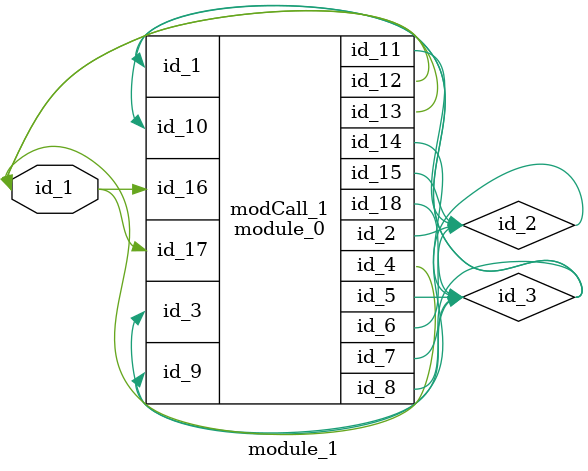
<source format=v>
module module_0 (
    id_1,
    id_2,
    id_3,
    id_4,
    id_5,
    id_6,
    id_7,
    id_8,
    id_9,
    id_10,
    id_11,
    id_12,
    id_13,
    id_14,
    id_15,
    id_16,
    id_17,
    id_18
);
  inout wire id_18;
  input wire id_17;
  input wire id_16;
  output wire id_15;
  output wire id_14;
  output wire id_13;
  output wire id_12;
  output wire id_11;
  input wire id_10;
  input wire id_9;
  output wire id_8;
  output wire id_7;
  output wire id_6;
  output wire id_5;
  inout wire id_4;
  input wire id_3;
  output wire id_2;
  input wire id_1;
  generate
    assign id_15 = -1;
  endgenerate
  wire id_19, id_20;
  assign id_12 = id_16 || id_4;
endmodule
module module_1 (
    id_1
);
  inout wire id_1;
  initial #id_2;
  wire id_3;
  module_0 modCall_1 (
      id_3,
      id_2,
      id_2,
      id_1,
      id_3,
      id_2,
      id_3,
      id_3,
      id_3,
      id_3,
      id_2,
      id_1,
      id_1,
      id_3,
      id_2,
      id_1,
      id_1,
      id_3
  );
endmodule

</source>
